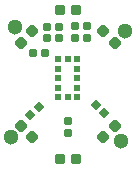
<source format=gts>
G04*
G04 #@! TF.GenerationSoftware,Altium Limited,Altium Designer,22.11.1 (43)*
G04*
G04 Layer_Color=8388736*
%FSLAX43Y43*%
%MOMM*%
G71*
G04*
G04 #@! TF.SameCoordinates,D1A57F4C-840F-47C7-87E7-476F4F1B4391*
G04*
G04*
G04 #@! TF.FilePolarity,Negative*
G04*
G01*
G75*
%ADD12R,0.620X0.620*%
G04:AMPARAMS|DCode=13|XSize=0.9mm|YSize=0.9mm|CornerRadius=0.15mm|HoleSize=0mm|Usage=FLASHONLY|Rotation=135.000|XOffset=0mm|YOffset=0mm|HoleType=Round|Shape=RoundedRectangle|*
%AMROUNDEDRECTD13*
21,1,0.900,0.600,0,0,135.0*
21,1,0.600,0.900,0,0,135.0*
1,1,0.300,0.000,0.424*
1,1,0.300,0.424,0.000*
1,1,0.300,0.000,-0.424*
1,1,0.300,-0.424,0.000*
%
%ADD13ROUNDEDRECTD13*%
G04:AMPARAMS|DCode=14|XSize=0.9mm|YSize=0.9mm|CornerRadius=0.15mm|HoleSize=0mm|Usage=FLASHONLY|Rotation=180.000|XOffset=0mm|YOffset=0mm|HoleType=Round|Shape=RoundedRectangle|*
%AMROUNDEDRECTD14*
21,1,0.900,0.600,0,0,180.0*
21,1,0.600,0.900,0,0,180.0*
1,1,0.300,-0.300,0.300*
1,1,0.300,0.300,0.300*
1,1,0.300,0.300,-0.300*
1,1,0.300,-0.300,-0.300*
%
%ADD14ROUNDEDRECTD14*%
G04:AMPARAMS|DCode=15|XSize=0.9mm|YSize=0.9mm|CornerRadius=0.15mm|HoleSize=0mm|Usage=FLASHONLY|Rotation=45.000|XOffset=0mm|YOffset=0mm|HoleType=Round|Shape=RoundedRectangle|*
%AMROUNDEDRECTD15*
21,1,0.900,0.600,0,0,45.0*
21,1,0.600,0.900,0,0,45.0*
1,1,0.300,0.424,0.000*
1,1,0.300,0.000,-0.424*
1,1,0.300,-0.424,0.000*
1,1,0.300,0.000,0.424*
%
%ADD15ROUNDEDRECTD15*%
G04:AMPARAMS|DCode=16|XSize=0.69mm|YSize=0.7mm|CornerRadius=0.124mm|HoleSize=0mm|Usage=FLASHONLY|Rotation=180.000|XOffset=0mm|YOffset=0mm|HoleType=Round|Shape=RoundedRectangle|*
%AMROUNDEDRECTD16*
21,1,0.690,0.453,0,0,180.0*
21,1,0.443,0.700,0,0,180.0*
1,1,0.248,-0.221,0.226*
1,1,0.248,0.221,0.226*
1,1,0.248,0.221,-0.226*
1,1,0.248,-0.221,-0.226*
%
%ADD16ROUNDEDRECTD16*%
G04:AMPARAMS|DCode=17|XSize=0.71mm|YSize=0.7mm|CornerRadius=0.125mm|HoleSize=0mm|Usage=FLASHONLY|Rotation=180.000|XOffset=0mm|YOffset=0mm|HoleType=Round|Shape=RoundedRectangle|*
%AMROUNDEDRECTD17*
21,1,0.710,0.450,0,0,180.0*
21,1,0.460,0.700,0,0,180.0*
1,1,0.250,-0.230,0.225*
1,1,0.250,0.230,0.225*
1,1,0.250,0.230,-0.225*
1,1,0.250,-0.230,-0.225*
%
%ADD17ROUNDEDRECTD17*%
G04:AMPARAMS|DCode=18|XSize=0.71mm|YSize=0.7mm|CornerRadius=0.125mm|HoleSize=0mm|Usage=FLASHONLY|Rotation=45.000|XOffset=0mm|YOffset=0mm|HoleType=Round|Shape=RoundedRectangle|*
%AMROUNDEDRECTD18*
21,1,0.710,0.450,0,0,45.0*
21,1,0.460,0.700,0,0,45.0*
1,1,0.250,0.322,0.004*
1,1,0.250,-0.004,-0.322*
1,1,0.250,-0.322,-0.004*
1,1,0.250,0.004,0.322*
%
%ADD18ROUNDEDRECTD18*%
G04:AMPARAMS|DCode=19|XSize=0.71mm|YSize=0.7mm|CornerRadius=0.125mm|HoleSize=0mm|Usage=FLASHONLY|Rotation=90.000|XOffset=0mm|YOffset=0mm|HoleType=Round|Shape=RoundedRectangle|*
%AMROUNDEDRECTD19*
21,1,0.710,0.450,0,0,90.0*
21,1,0.460,0.700,0,0,90.0*
1,1,0.250,0.225,0.230*
1,1,0.250,0.225,-0.230*
1,1,0.250,-0.225,-0.230*
1,1,0.250,-0.225,0.230*
%
%ADD19ROUNDEDRECTD19*%
G04:AMPARAMS|DCode=20|XSize=0.71mm|YSize=0.7mm|CornerRadius=0.125mm|HoleSize=0mm|Usage=FLASHONLY|Rotation=135.000|XOffset=0mm|YOffset=0mm|HoleType=Round|Shape=RoundedRectangle|*
%AMROUNDEDRECTD20*
21,1,0.710,0.450,0,0,135.0*
21,1,0.460,0.700,0,0,135.0*
1,1,0.250,-0.004,0.322*
1,1,0.250,0.322,-0.004*
1,1,0.250,0.004,-0.322*
1,1,0.250,-0.322,0.004*
%
%ADD20ROUNDEDRECTD20*%
%ADD21C,1.300*%
D12*
X0Y-1100D02*
D03*
Y2100D02*
D03*
X800Y-1100D02*
D03*
Y-300D02*
D03*
X-800Y-1100D02*
D03*
Y-300D02*
D03*
X800Y2100D02*
D03*
X-800D02*
D03*
Y1300D02*
D03*
X800D02*
D03*
Y500D02*
D03*
X-800D02*
D03*
D13*
X3005Y4495D02*
D03*
X3995Y3505D02*
D03*
X-3005Y-4495D02*
D03*
X-3995Y-3505D02*
D03*
D14*
X700Y6300D02*
D03*
X-700D02*
D03*
Y-6300D02*
D03*
X700D02*
D03*
D15*
X3995Y-3505D02*
D03*
X3005Y-4495D02*
D03*
X-3005Y4495D02*
D03*
X-3995Y3505D02*
D03*
D16*
X-1757Y3884D02*
D03*
X-732D02*
D03*
X-1770Y4881D02*
D03*
X-745D02*
D03*
X625Y4920D02*
D03*
X1650D02*
D03*
X614Y3902D02*
D03*
X1639D02*
D03*
D17*
X-2925Y2600D02*
D03*
X-1925D02*
D03*
D18*
X-2471Y-1896D02*
D03*
X-3179Y-2604D02*
D03*
D19*
X0Y-3150D02*
D03*
Y-4150D02*
D03*
D20*
X2346Y-1746D02*
D03*
X3054Y-2454D02*
D03*
D21*
X-4828Y-4500D02*
D03*
X4500Y-4828D02*
D03*
X-4500Y4828D02*
D03*
X4828Y4500D02*
D03*
M02*

</source>
